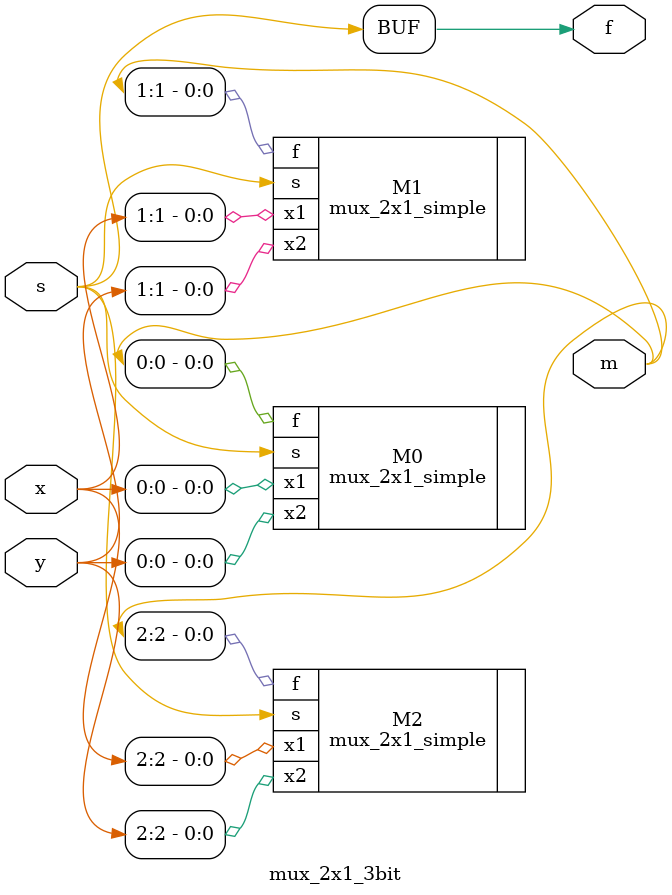
<source format=v>
`timescale 1ns / 1ps


module mux_2x1_3bit(m,f,x,y,s);
    input [2:0] x, y ;
    input s;
    output [2:0] m;
    output f;
 
    
    mux_2x1_simple M0(
    .x1(x[0]),
    .x2(y[0]),
    .s(s),
    .f(m[0])
    );
        
    mux_2x1_simple M1(
    .x1(x[1]),
    .x2(y[1]),
    .s(s),
    .f(m[1])
    );
    mux_2x1_simple M2(
    .x1(x[2]),
    .x2(y[2]),
    .s(s),
    .f(m[2])
    );
    assign s = f;
endmodule

</source>
